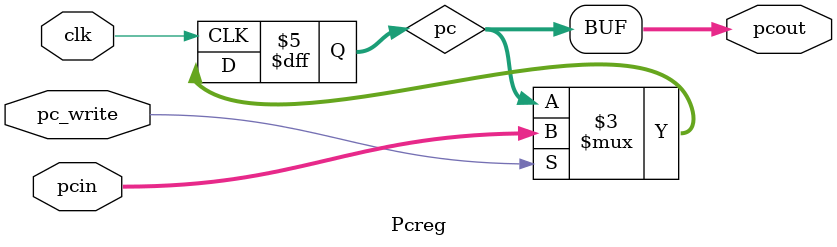
<source format=v>
module Pcreg(input clk,pc_write ,input [4:0]pcin,output [4:0]pcout);
  reg [4:0]pc = 0;
  always@(posedge clk)begin
    if(pc_write)
      pc<=pcin;
  end
    
    assign pcout=pc;
endmodule
</source>
